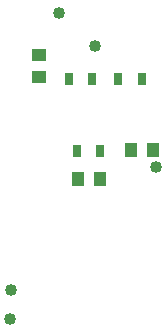
<source format=gbr>
G04 DipTrace 2.2.0.9*
%INBottomPaste.gbr*%
%MOMM*%
%ADD27C,1.016*%
%ADD50R,0.796X0.996*%
%ADD52R,1.096X1.296*%
%ADD54R,1.296X1.096*%
%FSLAX53Y53*%
%SFA1B1*%
%OFA0B0*%
G04*
G71*
G90*
G75*
G01*
%LNBotPaste*%
%LPD*%
D27*
X27671Y33412D3*
X15368Y23004D3*
X15288Y20577D3*
X19410Y46448D3*
X22524Y43723D3*
D54*
X17728Y41048D3*
Y42948D3*
D52*
X21048Y32408D3*
X22948D3*
X25528Y34848D3*
X27428D3*
D50*
X20248Y40888D3*
X22248D3*
X26448D3*
X24448D3*
X20928Y34808D3*
X22928D3*
M02*

</source>
